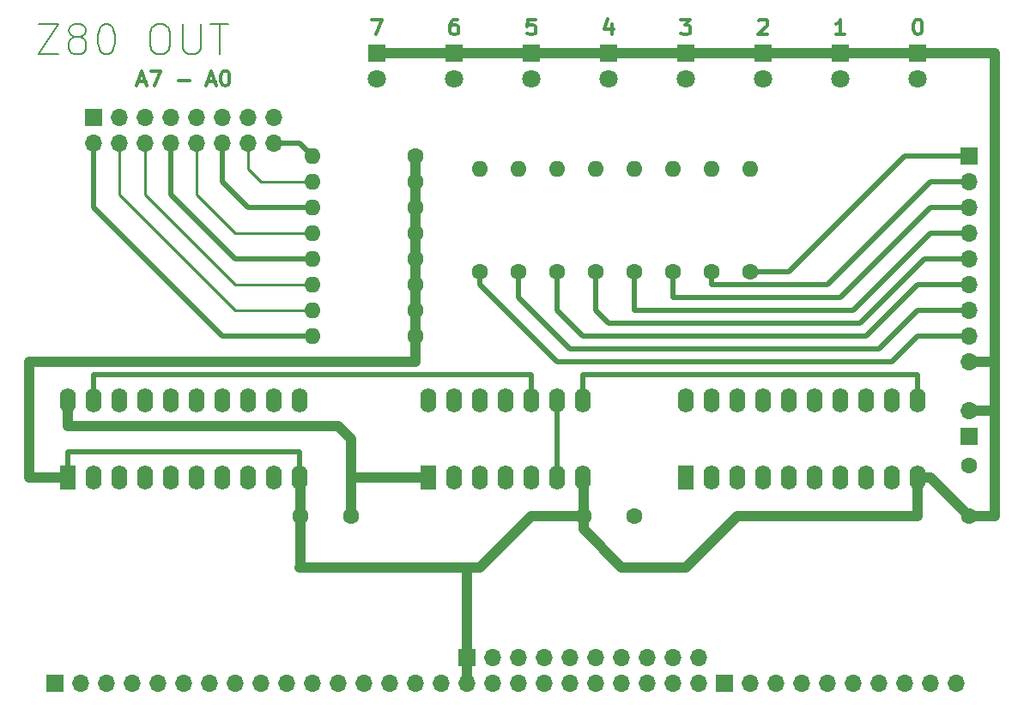
<source format=gbr>
%TF.GenerationSoftware,KiCad,Pcbnew,6.0.11+dfsg-1*%
%TF.CreationDate,2025-09-19T17:12:33+02:00*%
%TF.ProjectId,out,6f75742e-6b69-4636-9164-5f7063625858,rev?*%
%TF.SameCoordinates,Original*%
%TF.FileFunction,Copper,L1,Top*%
%TF.FilePolarity,Positive*%
%FSLAX46Y46*%
G04 Gerber Fmt 4.6, Leading zero omitted, Abs format (unit mm)*
G04 Created by KiCad (PCBNEW 6.0.11+dfsg-1) date 2025-09-19 17:12:33*
%MOMM*%
%LPD*%
G01*
G04 APERTURE LIST*
%ADD10C,0.300000*%
%TA.AperFunction,NonConductor*%
%ADD11C,0.300000*%
%TD*%
%ADD12C,0.200000*%
%TA.AperFunction,NonConductor*%
%ADD13C,0.200000*%
%TD*%
%TA.AperFunction,ComponentPad*%
%ADD14R,1.700000X1.700000*%
%TD*%
%TA.AperFunction,ComponentPad*%
%ADD15O,1.700000X1.700000*%
%TD*%
%TA.AperFunction,ComponentPad*%
%ADD16C,1.600000*%
%TD*%
%TA.AperFunction,ComponentPad*%
%ADD17O,1.600000X1.600000*%
%TD*%
%TA.AperFunction,ComponentPad*%
%ADD18R,1.600000X2.400000*%
%TD*%
%TA.AperFunction,ComponentPad*%
%ADD19O,1.600000X2.400000*%
%TD*%
%TA.AperFunction,ComponentPad*%
%ADD20R,1.800000X1.800000*%
%TD*%
%TA.AperFunction,ComponentPad*%
%ADD21C,1.800000*%
%TD*%
%TA.AperFunction,Conductor*%
%ADD22C,1.000000*%
%TD*%
%TA.AperFunction,Conductor*%
%ADD23C,0.500000*%
%TD*%
%TA.AperFunction,Conductor*%
%ADD24C,0.250000*%
%TD*%
G04 APERTURE END LIST*
D10*
D11*
X142525714Y-65218571D02*
X142240000Y-65218571D01*
X142097142Y-65290000D01*
X142025714Y-65361428D01*
X141882857Y-65575714D01*
X141811428Y-65861428D01*
X141811428Y-66432857D01*
X141882857Y-66575714D01*
X141954285Y-66647142D01*
X142097142Y-66718571D01*
X142382857Y-66718571D01*
X142525714Y-66647142D01*
X142597142Y-66575714D01*
X142668571Y-66432857D01*
X142668571Y-66075714D01*
X142597142Y-65932857D01*
X142525714Y-65861428D01*
X142382857Y-65790000D01*
X142097142Y-65790000D01*
X141954285Y-65861428D01*
X141882857Y-65932857D01*
X141811428Y-66075714D01*
D10*
D11*
X111070000Y-71370000D02*
X111784285Y-71370000D01*
X110927142Y-71798571D02*
X111427142Y-70298571D01*
X111927142Y-71798571D01*
X112284285Y-70298571D02*
X113284285Y-70298571D01*
X112641428Y-71798571D01*
X114998571Y-71227142D02*
X116141428Y-71227142D01*
X117927142Y-71370000D02*
X118641428Y-71370000D01*
X117784285Y-71798571D02*
X118284285Y-70298571D01*
X118784285Y-71798571D01*
X119570000Y-70298571D02*
X119712857Y-70298571D01*
X119855714Y-70370000D01*
X119927142Y-70441428D01*
X119998571Y-70584285D01*
X120070000Y-70870000D01*
X120070000Y-71227142D01*
X119998571Y-71512857D01*
X119927142Y-71655714D01*
X119855714Y-71727142D01*
X119712857Y-71798571D01*
X119570000Y-71798571D01*
X119427142Y-71727142D01*
X119355714Y-71655714D01*
X119284285Y-71512857D01*
X119212857Y-71227142D01*
X119212857Y-70870000D01*
X119284285Y-70584285D01*
X119355714Y-70441428D01*
X119427142Y-70370000D01*
X119570000Y-70298571D01*
D12*
D13*
X101204285Y-65667142D02*
X103204285Y-65667142D01*
X101204285Y-68667142D01*
X103204285Y-68667142D01*
X104775714Y-66952857D02*
X104490000Y-66810000D01*
X104347142Y-66667142D01*
X104204285Y-66381428D01*
X104204285Y-66238571D01*
X104347142Y-65952857D01*
X104490000Y-65810000D01*
X104775714Y-65667142D01*
X105347142Y-65667142D01*
X105632857Y-65810000D01*
X105775714Y-65952857D01*
X105918571Y-66238571D01*
X105918571Y-66381428D01*
X105775714Y-66667142D01*
X105632857Y-66810000D01*
X105347142Y-66952857D01*
X104775714Y-66952857D01*
X104490000Y-67095714D01*
X104347142Y-67238571D01*
X104204285Y-67524285D01*
X104204285Y-68095714D01*
X104347142Y-68381428D01*
X104490000Y-68524285D01*
X104775714Y-68667142D01*
X105347142Y-68667142D01*
X105632857Y-68524285D01*
X105775714Y-68381428D01*
X105918571Y-68095714D01*
X105918571Y-67524285D01*
X105775714Y-67238571D01*
X105632857Y-67095714D01*
X105347142Y-66952857D01*
X107775714Y-65667142D02*
X108061428Y-65667142D01*
X108347142Y-65810000D01*
X108490000Y-65952857D01*
X108632857Y-66238571D01*
X108775714Y-66810000D01*
X108775714Y-67524285D01*
X108632857Y-68095714D01*
X108490000Y-68381428D01*
X108347142Y-68524285D01*
X108061428Y-68667142D01*
X107775714Y-68667142D01*
X107490000Y-68524285D01*
X107347142Y-68381428D01*
X107204285Y-68095714D01*
X107061428Y-67524285D01*
X107061428Y-66810000D01*
X107204285Y-66238571D01*
X107347142Y-65952857D01*
X107490000Y-65810000D01*
X107775714Y-65667142D01*
X112918571Y-65667142D02*
X113490000Y-65667142D01*
X113775714Y-65810000D01*
X114061428Y-66095714D01*
X114204285Y-66667142D01*
X114204285Y-67667142D01*
X114061428Y-68238571D01*
X113775714Y-68524285D01*
X113490000Y-68667142D01*
X112918571Y-68667142D01*
X112632857Y-68524285D01*
X112347142Y-68238571D01*
X112204285Y-67667142D01*
X112204285Y-66667142D01*
X112347142Y-66095714D01*
X112632857Y-65810000D01*
X112918571Y-65667142D01*
X115490000Y-65667142D02*
X115490000Y-68095714D01*
X115632857Y-68381428D01*
X115775714Y-68524285D01*
X116061428Y-68667142D01*
X116632857Y-68667142D01*
X116918571Y-68524285D01*
X117061428Y-68381428D01*
X117204285Y-68095714D01*
X117204285Y-65667142D01*
X118204285Y-65667142D02*
X119918571Y-65667142D01*
X119061428Y-68667142D02*
X119061428Y-65667142D01*
D10*
D11*
X164600000Y-65218571D02*
X165528571Y-65218571D01*
X165028571Y-65790000D01*
X165242857Y-65790000D01*
X165385714Y-65861428D01*
X165457142Y-65932857D01*
X165528571Y-66075714D01*
X165528571Y-66432857D01*
X165457142Y-66575714D01*
X165385714Y-66647142D01*
X165242857Y-66718571D01*
X164814285Y-66718571D01*
X164671428Y-66647142D01*
X164600000Y-66575714D01*
D10*
D11*
X172291428Y-65361428D02*
X172362857Y-65290000D01*
X172505714Y-65218571D01*
X172862857Y-65218571D01*
X173005714Y-65290000D01*
X173077142Y-65361428D01*
X173148571Y-65504285D01*
X173148571Y-65647142D01*
X173077142Y-65861428D01*
X172220000Y-66718571D01*
X173148571Y-66718571D01*
D10*
D11*
X157765714Y-65718571D02*
X157765714Y-66718571D01*
X157408571Y-65147142D02*
X157051428Y-66218571D01*
X157980000Y-66218571D01*
D10*
D11*
X180768571Y-66718571D02*
X179911428Y-66718571D01*
X180340000Y-66718571D02*
X180340000Y-65218571D01*
X180197142Y-65432857D01*
X180054285Y-65575714D01*
X179911428Y-65647142D01*
D10*
D11*
X150217142Y-65218571D02*
X149502857Y-65218571D01*
X149431428Y-65932857D01*
X149502857Y-65861428D01*
X149645714Y-65790000D01*
X150002857Y-65790000D01*
X150145714Y-65861428D01*
X150217142Y-65932857D01*
X150288571Y-66075714D01*
X150288571Y-66432857D01*
X150217142Y-66575714D01*
X150145714Y-66647142D01*
X150002857Y-66718571D01*
X149645714Y-66718571D01*
X149502857Y-66647142D01*
X149431428Y-66575714D01*
D10*
D11*
X134120000Y-65218571D02*
X135120000Y-65218571D01*
X134477142Y-66718571D01*
D10*
D11*
X187888571Y-65218571D02*
X188031428Y-65218571D01*
X188174285Y-65290000D01*
X188245714Y-65361428D01*
X188317142Y-65504285D01*
X188388571Y-65790000D01*
X188388571Y-66147142D01*
X188317142Y-66432857D01*
X188245714Y-66575714D01*
X188174285Y-66647142D01*
X188031428Y-66718571D01*
X187888571Y-66718571D01*
X187745714Y-66647142D01*
X187674285Y-66575714D01*
X187602857Y-66432857D01*
X187531428Y-66147142D01*
X187531428Y-65790000D01*
X187602857Y-65504285D01*
X187674285Y-65361428D01*
X187745714Y-65290000D01*
X187888571Y-65218571D01*
D14*
%TO.P,REF\u002A\u002A,1*%
%TO.N,N/C*%
X168910000Y-130810000D03*
D15*
%TO.P,REF\u002A\u002A,2*%
X171450000Y-130810000D03*
%TO.P,REF\u002A\u002A,3*%
X173990000Y-130810000D03*
%TO.P,REF\u002A\u002A,4*%
X176530000Y-130810000D03*
%TO.P,REF\u002A\u002A,5*%
X179070000Y-130810000D03*
%TO.P,REF\u002A\u002A,6*%
X181610000Y-130810000D03*
%TO.P,REF\u002A\u002A,7*%
X184150000Y-130810000D03*
%TO.P,REF\u002A\u002A,8*%
X186690000Y-130810000D03*
%TO.P,REF\u002A\u002A,9*%
X189230000Y-130810000D03*
%TO.P,REF\u002A\u002A,10*%
X191770000Y-130810000D03*
%TD*%
D14*
%TO.P,REF\u002A\u002A,1*%
%TO.N,N/C*%
X143510000Y-128270000D03*
D15*
%TO.P,REF\u002A\u002A,2*%
X143510000Y-130810000D03*
%TO.P,REF\u002A\u002A,3*%
X146050000Y-128270000D03*
%TO.P,REF\u002A\u002A,4*%
X146050000Y-130810000D03*
%TO.P,REF\u002A\u002A,5*%
X148590000Y-128270000D03*
%TO.P,REF\u002A\u002A,6*%
X148590000Y-130810000D03*
%TO.P,REF\u002A\u002A,7*%
X151130000Y-128270000D03*
%TO.P,REF\u002A\u002A,8*%
X151130000Y-130810000D03*
%TO.P,REF\u002A\u002A,9*%
X153670000Y-128270000D03*
%TO.P,REF\u002A\u002A,10*%
X153670000Y-130810000D03*
%TO.P,REF\u002A\u002A,11*%
X156210000Y-128270000D03*
%TO.P,REF\u002A\u002A,12*%
X156210000Y-130810000D03*
%TO.P,REF\u002A\u002A,13*%
X158750000Y-128270000D03*
%TO.P,REF\u002A\u002A,14*%
X158750000Y-130810000D03*
%TO.P,REF\u002A\u002A,15*%
X161290000Y-128270000D03*
%TO.P,REF\u002A\u002A,16*%
X161290000Y-130810000D03*
%TO.P,REF\u002A\u002A,17*%
X163830000Y-128270000D03*
%TO.P,REF\u002A\u002A,18*%
X163830000Y-130810000D03*
%TO.P,REF\u002A\u002A,19*%
X166370000Y-128270000D03*
%TO.P,REF\u002A\u002A,20*%
X166370000Y-130810000D03*
%TD*%
D16*
%TO.P,1k,1*%
%TO.N,N/C*%
X144780000Y-90170000D03*
D17*
%TO.P,1k,2*%
X144780000Y-80010000D03*
%TD*%
D16*
%TO.P,1k,1*%
%TO.N,N/C*%
X148590000Y-90170000D03*
D17*
%TO.P,1k,2*%
X148590000Y-80010000D03*
%TD*%
D18*
%TO.P,74hc32,1*%
%TO.N,N/C*%
X139700000Y-110490000D03*
D19*
%TO.P,74hc32,2*%
X142240000Y-110490000D03*
%TO.P,74hc32,3*%
X144780000Y-110490000D03*
%TO.P,74hc32,4*%
X147320000Y-110490000D03*
%TO.P,74hc32,5*%
X149860000Y-110490000D03*
%TO.P,74hc32,6*%
X152400000Y-110490000D03*
%TO.P,74hc32,7*%
X154940000Y-110490000D03*
%TO.P,74hc32,8*%
X154940000Y-102870000D03*
%TO.P,74hc32,9*%
X152400000Y-102870000D03*
%TO.P,74hc32,10*%
X149860000Y-102870000D03*
%TO.P,74hc32,11*%
X147320000Y-102870000D03*
%TO.P,74hc32,12*%
X144780000Y-102870000D03*
%TO.P,74hc32,13*%
X142240000Y-102870000D03*
%TO.P,74hc32,14*%
X139700000Y-102870000D03*
%TD*%
D20*
%TO.P,REF\u002A\u002A,1*%
%TO.N,N/C*%
X180340000Y-68580000D03*
D21*
%TO.P,REF\u002A\u002A,2*%
X180340000Y-71120000D03*
%TD*%
D14*
%TO.P,REF\u002A\u002A,1*%
%TO.N,N/C*%
X192990000Y-106362500D03*
D15*
%TO.P,REF\u002A\u002A,2*%
X192990000Y-103822500D03*
%TD*%
D20*
%TO.P,REF\u002A\u002A,1*%
%TO.N,N/C*%
X142240000Y-68580000D03*
D21*
%TO.P,REF\u002A\u002A,2*%
X142240000Y-71120000D03*
%TD*%
D14*
%TO.P,REF\u002A\u002A,1*%
%TO.N,N/C*%
X106680000Y-74930000D03*
D15*
%TO.P,REF\u002A\u002A,2*%
X106680000Y-77470000D03*
%TO.P,REF\u002A\u002A,3*%
X109220000Y-74930000D03*
%TO.P,REF\u002A\u002A,4*%
X109220000Y-77470000D03*
%TO.P,REF\u002A\u002A,5*%
X111760000Y-74930000D03*
%TO.P,REF\u002A\u002A,6*%
X111760000Y-77470000D03*
%TO.P,REF\u002A\u002A,7*%
X114300000Y-74930000D03*
%TO.P,REF\u002A\u002A,8*%
X114300000Y-77470000D03*
%TO.P,REF\u002A\u002A,9*%
X116840000Y-74930000D03*
%TO.P,REF\u002A\u002A,10*%
X116840000Y-77470000D03*
%TO.P,REF\u002A\u002A,11*%
X119380000Y-74930000D03*
%TO.P,REF\u002A\u002A,12*%
X119380000Y-77470000D03*
%TO.P,REF\u002A\u002A,13*%
X121920000Y-74930000D03*
%TO.P,REF\u002A\u002A,14*%
X121920000Y-77470000D03*
%TO.P,REF\u002A\u002A,15*%
X124460000Y-74930000D03*
%TO.P,REF\u002A\u002A,16*%
X124460000Y-77470000D03*
%TD*%
D16*
%TO.P,1k,1*%
%TO.N,N/C*%
X167640000Y-90170000D03*
D17*
%TO.P,1k,2*%
X167640000Y-80010000D03*
%TD*%
D16*
%TO.P,100nF,1*%
%TO.N,N/C*%
X132040000Y-114300000D03*
%TO.P,100nF,2*%
X127040000Y-114300000D03*
%TD*%
%TO.P,1k,1*%
%TO.N,N/C*%
X156210000Y-90170000D03*
D17*
%TO.P,1k,2*%
X156210000Y-80010000D03*
%TD*%
D16*
%TO.P,10k,1*%
%TO.N,N/C*%
X138430000Y-93980000D03*
D17*
%TO.P,10k,2*%
X128270000Y-93980000D03*
%TD*%
D16*
%TO.P,10k,1*%
%TO.N,N/C*%
X138430000Y-78740000D03*
D17*
%TO.P,10k,2*%
X128270000Y-78740000D03*
%TD*%
D16*
%TO.P,10k,1*%
%TO.N,N/C*%
X138430000Y-86360000D03*
D17*
%TO.P,10k,2*%
X128270000Y-86360000D03*
%TD*%
D20*
%TO.P,REF\u002A\u002A,1*%
%TO.N,N/C*%
X149860000Y-68580000D03*
D21*
%TO.P,REF\u002A\u002A,2*%
X149860000Y-71120000D03*
%TD*%
D18*
%TO.P,74hc574,1*%
%TO.N,N/C*%
X165100000Y-110490000D03*
D19*
%TO.P,74hc574,2*%
X167640000Y-110490000D03*
%TO.P,74hc574,3*%
X170180000Y-110490000D03*
%TO.P,74hc574,4*%
X172720000Y-110490000D03*
%TO.P,74hc574,5*%
X175260000Y-110490000D03*
%TO.P,74hc574,6*%
X177800000Y-110490000D03*
%TO.P,74hc574,7*%
X180340000Y-110490000D03*
%TO.P,74hc574,8*%
X182880000Y-110490000D03*
%TO.P,74hc574,9*%
X185420000Y-110490000D03*
%TO.P,74hc574,10*%
X187960000Y-110490000D03*
%TO.P,74hc574,11*%
X187960000Y-102870000D03*
%TO.P,74hc574,12*%
X185420000Y-102870000D03*
%TO.P,74hc574,13*%
X182880000Y-102870000D03*
%TO.P,74hc574,14*%
X180340000Y-102870000D03*
%TO.P,74hc574,15*%
X177800000Y-102870000D03*
%TO.P,74hc574,16*%
X175260000Y-102870000D03*
%TO.P,74hc574,17*%
X172720000Y-102870000D03*
%TO.P,74hc574,18*%
X170180000Y-102870000D03*
%TO.P,74hc574,19*%
X167640000Y-102870000D03*
%TO.P,74hc574,20*%
X165100000Y-102870000D03*
%TD*%
D16*
%TO.P,10k,1*%
%TO.N,N/C*%
X138430000Y-91440000D03*
D17*
%TO.P,10k,2*%
X128270000Y-91440000D03*
%TD*%
D16*
%TO.P,1k,1*%
%TO.N,N/C*%
X152400000Y-90170000D03*
D17*
%TO.P,1k,2*%
X152400000Y-80010000D03*
%TD*%
D16*
%TO.P,1k,1*%
%TO.N,N/C*%
X163830000Y-90170000D03*
D17*
%TO.P,1k,2*%
X163830000Y-80010000D03*
%TD*%
D16*
%TO.P,10k,1*%
%TO.N,N/C*%
X138430000Y-83820000D03*
D17*
%TO.P,10k,2*%
X128270000Y-83820000D03*
%TD*%
D20*
%TO.P,REF\u002A\u002A,1*%
%TO.N,N/C*%
X157480000Y-68580000D03*
D21*
%TO.P,REF\u002A\u002A,2*%
X157480000Y-71120000D03*
%TD*%
D20*
%TO.P,REF\u002A\u002A,1*%
%TO.N,N/C*%
X165100000Y-68580000D03*
D21*
%TO.P,REF\u002A\u002A,2*%
X165100000Y-71120000D03*
%TD*%
D14*
%TO.P,REF\u002A\u002A,1*%
%TO.N,N/C*%
X193040000Y-78740000D03*
D15*
%TO.P,REF\u002A\u002A,2*%
X193040000Y-81280000D03*
%TO.P,REF\u002A\u002A,3*%
X193040000Y-83820000D03*
%TO.P,REF\u002A\u002A,4*%
X193040000Y-86360000D03*
%TO.P,REF\u002A\u002A,5*%
X193040000Y-88900000D03*
%TO.P,REF\u002A\u002A,6*%
X193040000Y-91440000D03*
%TO.P,REF\u002A\u002A,7*%
X193040000Y-93980000D03*
%TO.P,REF\u002A\u002A,8*%
X193040000Y-96520000D03*
%TO.P,REF\u002A\u002A,9*%
X193040000Y-99060000D03*
%TD*%
D16*
%TO.P,10k,1*%
%TO.N,N/C*%
X138430000Y-88900000D03*
D17*
%TO.P,10k,2*%
X128270000Y-88900000D03*
%TD*%
D20*
%TO.P,REF\u002A\u002A,1*%
%TO.N,N/C*%
X187960000Y-68580000D03*
D21*
%TO.P,REF\u002A\u002A,2*%
X187960000Y-71120000D03*
%TD*%
D20*
%TO.P,REF\u002A\u002A,1*%
%TO.N,N/C*%
X134620000Y-68580000D03*
D21*
%TO.P,REF\u002A\u002A,2*%
X134620000Y-71120000D03*
%TD*%
D16*
%TO.P,1k,1*%
%TO.N,N/C*%
X160020000Y-90170000D03*
D17*
%TO.P,1k,2*%
X160020000Y-80010000D03*
%TD*%
D16*
%TO.P,10k,1*%
%TO.N,N/C*%
X138430000Y-96520000D03*
D17*
%TO.P,10k,2*%
X128270000Y-96520000D03*
%TD*%
D20*
%TO.P,REF\u002A\u002A,1*%
%TO.N,N/C*%
X172720000Y-68580000D03*
D21*
%TO.P,REF\u002A\u002A,2*%
X172720000Y-71120000D03*
%TD*%
D16*
%TO.P,100nF,1*%
%TO.N,N/C*%
X193040000Y-114260000D03*
%TO.P,100nF,2*%
X193040000Y-109260000D03*
%TD*%
%TO.P,100nF,1*%
%TO.N,N/C*%
X159980000Y-114300000D03*
%TO.P,100nF,2*%
X154980000Y-114300000D03*
%TD*%
%TO.P,1k,1*%
%TO.N,N/C*%
X171450000Y-90170000D03*
D17*
%TO.P,1k,2*%
X171450000Y-80010000D03*
%TD*%
D18*
%TO.P,74hc688,1*%
%TO.N,N/C*%
X104140000Y-110490000D03*
D19*
%TO.P,74hc688,2*%
X106680000Y-110490000D03*
%TO.P,74hc688,3*%
X109220000Y-110490000D03*
%TO.P,74hc688,4*%
X111760000Y-110490000D03*
%TO.P,74hc688,5*%
X114300000Y-110490000D03*
%TO.P,74hc688,6*%
X116840000Y-110490000D03*
%TO.P,74hc688,7*%
X119380000Y-110490000D03*
%TO.P,74hc688,8*%
X121920000Y-110490000D03*
%TO.P,74hc688,9*%
X124460000Y-110490000D03*
%TO.P,74hc688,10*%
X127000000Y-110490000D03*
%TO.P,74hc688,11*%
X127000000Y-102870000D03*
%TO.P,74hc688,12*%
X124460000Y-102870000D03*
%TO.P,74hc688,13*%
X121920000Y-102870000D03*
%TO.P,74hc688,14*%
X119380000Y-102870000D03*
%TO.P,74hc688,15*%
X116840000Y-102870000D03*
%TO.P,74hc688,16*%
X114300000Y-102870000D03*
%TO.P,74hc688,17*%
X111760000Y-102870000D03*
%TO.P,74hc688,18*%
X109220000Y-102870000D03*
%TO.P,74hc688,19*%
X106680000Y-102870000D03*
%TO.P,74hc688,20*%
X104140000Y-102870000D03*
%TD*%
D14*
%TO.P,REF\u002A\u002A,1*%
%TO.N,N/C*%
X102870000Y-130810000D03*
D15*
%TO.P,REF\u002A\u002A,2*%
X105410000Y-130810000D03*
%TO.P,REF\u002A\u002A,3*%
X107950000Y-130810000D03*
%TO.P,REF\u002A\u002A,4*%
X110490000Y-130810000D03*
%TO.P,REF\u002A\u002A,5*%
X113030000Y-130810000D03*
%TO.P,REF\u002A\u002A,6*%
X115570000Y-130810000D03*
%TO.P,REF\u002A\u002A,7*%
X118110000Y-130810000D03*
%TO.P,REF\u002A\u002A,8*%
X120650000Y-130810000D03*
%TO.P,REF\u002A\u002A,9*%
X123190000Y-130810000D03*
%TO.P,REF\u002A\u002A,10*%
X125730000Y-130810000D03*
%TO.P,REF\u002A\u002A,11*%
X128270000Y-130810000D03*
%TO.P,REF\u002A\u002A,12*%
X130810000Y-130810000D03*
%TO.P,REF\u002A\u002A,13*%
X133350000Y-130810000D03*
%TO.P,REF\u002A\u002A,14*%
X135890000Y-130810000D03*
%TO.P,REF\u002A\u002A,15*%
X138430000Y-130810000D03*
%TO.P,REF\u002A\u002A,16*%
X140970000Y-130810000D03*
%TD*%
D16*
%TO.P,10k,1*%
%TO.N,N/C*%
X138430000Y-81280000D03*
D17*
%TO.P,10k,2*%
X128270000Y-81280000D03*
%TD*%
D22*
%TO.N,*%
X138430000Y-86360000D02*
X138430000Y-88900000D01*
X172720000Y-68580000D02*
X180340000Y-68580000D01*
X186690000Y-68580000D02*
X187960000Y-68580000D01*
X149860000Y-68580000D02*
X157480000Y-68580000D01*
X140970000Y-119380000D02*
X144780000Y-119380000D01*
D23*
X120650000Y-88900000D02*
X114300000Y-82550000D01*
X127000000Y-77470000D02*
X124460000Y-77470000D01*
D22*
X193000000Y-114260000D02*
X193040000Y-114260000D01*
D23*
X193040000Y-96520000D02*
X187960000Y-96520000D01*
D22*
X127040000Y-110530000D02*
X127000000Y-110490000D01*
X132080000Y-106680000D02*
X130810000Y-105410000D01*
X158750000Y-119380000D02*
X165100000Y-119380000D01*
D23*
X157480000Y-95250000D02*
X182245000Y-95250000D01*
D22*
X195580000Y-68580000D02*
X186690000Y-68580000D01*
X144780000Y-119380000D02*
X149860000Y-114300000D01*
X154980000Y-110530000D02*
X154940000Y-110490000D01*
X180340000Y-68580000D02*
X186690000Y-68580000D01*
D23*
X144780000Y-91440000D02*
X144780000Y-90170000D01*
X175260000Y-90170000D02*
X186690000Y-78740000D01*
X188595000Y-88900000D02*
X193040000Y-88900000D01*
X185420000Y-99060000D02*
X152400000Y-99060000D01*
D24*
X120650000Y-86360000D02*
X128270000Y-86360000D01*
D23*
X152400000Y-99060000D02*
X144780000Y-91440000D01*
D22*
X127000000Y-119380000D02*
X127040000Y-119340000D01*
D24*
X121920000Y-80010000D02*
X123190000Y-81280000D01*
D22*
X195262500Y-103822500D02*
X195580000Y-104140000D01*
D23*
X163830000Y-92710000D02*
X180340000Y-92710000D01*
D22*
X195580000Y-104140000D02*
X195580000Y-99060000D01*
X100330000Y-110490000D02*
X104140000Y-110490000D01*
D23*
X182880000Y-96520000D02*
X154940000Y-96520000D01*
D22*
X130810000Y-105410000D02*
X104140000Y-105410000D01*
D23*
X187960000Y-100330000D02*
X187960000Y-102870000D01*
D22*
X127040000Y-119340000D02*
X127040000Y-114300000D01*
X195580000Y-99060000D02*
X193040000Y-99060000D01*
D24*
X123190000Y-81280000D02*
X128270000Y-81280000D01*
D23*
X154940000Y-96520000D02*
X152400000Y-93980000D01*
X128270000Y-88900000D02*
X120650000Y-88900000D01*
D22*
X100330000Y-99060000D02*
X100330000Y-110490000D01*
X138430000Y-88900000D02*
X138430000Y-91440000D01*
D23*
X152400000Y-102870000D02*
X152400000Y-110490000D01*
D22*
X127040000Y-114300000D02*
X127040000Y-110530000D01*
X140970000Y-119380000D02*
X127000000Y-119380000D01*
D23*
X189230000Y-86360000D02*
X181610000Y-93980000D01*
D24*
X116840000Y-77470000D02*
X116840000Y-82550000D01*
D23*
X193040000Y-86360000D02*
X189230000Y-86360000D01*
X106680000Y-102870000D02*
X106680000Y-100330000D01*
X182245000Y-95250000D02*
X188595000Y-88900000D01*
X167640000Y-91440000D02*
X179070000Y-91440000D01*
D22*
X157480000Y-68580000D02*
X165100000Y-68580000D01*
X189230000Y-110490000D02*
X193000000Y-114260000D01*
D23*
X148590000Y-92710000D02*
X153670000Y-97790000D01*
X156210000Y-90170000D02*
X156210000Y-93980000D01*
D22*
X187960000Y-114300000D02*
X187960000Y-110490000D01*
X195580000Y-114260000D02*
X195580000Y-104140000D01*
D23*
X181610000Y-93980000D02*
X160020000Y-93980000D01*
X104140000Y-107950000D02*
X127000000Y-107950000D01*
D24*
X111760000Y-82550000D02*
X120650000Y-91440000D01*
D22*
X149860000Y-114300000D02*
X154980000Y-114300000D01*
D23*
X104140000Y-110490000D02*
X104140000Y-107950000D01*
X187960000Y-93980000D02*
X193040000Y-93980000D01*
X106680000Y-83820000D02*
X106680000Y-77470000D01*
D24*
X121920000Y-77470000D02*
X121920000Y-80010000D01*
D23*
X148590000Y-90170000D02*
X148590000Y-92710000D01*
D22*
X154980000Y-115570000D02*
X158750000Y-119340000D01*
X170180000Y-114300000D02*
X187960000Y-114300000D01*
D23*
X193040000Y-91440000D02*
X187960000Y-91440000D01*
D22*
X165100000Y-68580000D02*
X172720000Y-68580000D01*
X138430000Y-81280000D02*
X138430000Y-83820000D01*
X138430000Y-99060000D02*
X100330000Y-99060000D01*
X132080000Y-110490000D02*
X132080000Y-106680000D01*
D23*
X189230000Y-83820000D02*
X193040000Y-83820000D01*
X128270000Y-96520000D02*
X119380000Y-96520000D01*
X106680000Y-100330000D02*
X149860000Y-100330000D01*
D22*
X195580000Y-99060000D02*
X195580000Y-68580000D01*
X165100000Y-119380000D02*
X170180000Y-114300000D01*
D23*
X114300000Y-82550000D02*
X114300000Y-77470000D01*
D22*
X132040000Y-114300000D02*
X132040000Y-110530000D01*
D24*
X109220000Y-82550000D02*
X120650000Y-93980000D01*
D23*
X119380000Y-81280000D02*
X119380000Y-77470000D01*
X119380000Y-96520000D02*
X106680000Y-83820000D01*
X186690000Y-78740000D02*
X193040000Y-78740000D01*
X153670000Y-97790000D02*
X184150000Y-97790000D01*
D22*
X134620000Y-68580000D02*
X149860000Y-68580000D01*
X138430000Y-83820000D02*
X138430000Y-86360000D01*
D23*
X149860000Y-100330000D02*
X149860000Y-102870000D01*
X171450000Y-90170000D02*
X175260000Y-90170000D01*
X167640000Y-90170000D02*
X167640000Y-91440000D01*
X128270000Y-83820000D02*
X121920000Y-83820000D01*
X152400000Y-93980000D02*
X152400000Y-90170000D01*
D22*
X104140000Y-105410000D02*
X104140000Y-102870000D01*
X138430000Y-78740000D02*
X138430000Y-81280000D01*
D23*
X154940000Y-100330000D02*
X187960000Y-100330000D01*
D24*
X120650000Y-91440000D02*
X128270000Y-91440000D01*
D23*
X184150000Y-97790000D02*
X187960000Y-93980000D01*
X160020000Y-93980000D02*
X160020000Y-90170000D01*
D22*
X132040000Y-110530000D02*
X132080000Y-110490000D01*
D23*
X121920000Y-83820000D02*
X119380000Y-81280000D01*
D24*
X111760000Y-77470000D02*
X111760000Y-82550000D01*
X116840000Y-82550000D02*
X120650000Y-86360000D01*
D22*
X193357500Y-103822500D02*
X195262500Y-103822500D01*
D23*
X156210000Y-93980000D02*
X157480000Y-95250000D01*
X187960000Y-91440000D02*
X182880000Y-96520000D01*
X163830000Y-90170000D02*
X163830000Y-92710000D01*
D22*
X143510000Y-130810000D02*
X143510000Y-128270000D01*
X158750000Y-119340000D02*
X158750000Y-119380000D01*
D24*
X120650000Y-93980000D02*
X128270000Y-93980000D01*
D22*
X154980000Y-114300000D02*
X154980000Y-110530000D01*
D23*
X180340000Y-92710000D02*
X189230000Y-83820000D01*
D22*
X193040000Y-114260000D02*
X195580000Y-114260000D01*
D23*
X187960000Y-96520000D02*
X185420000Y-99060000D01*
D24*
X109220000Y-77470000D02*
X109220000Y-82550000D01*
D23*
X189230000Y-81280000D02*
X193040000Y-81280000D01*
D22*
X143510000Y-119380000D02*
X140970000Y-119380000D01*
D23*
X179070000Y-91440000D02*
X189230000Y-81280000D01*
D22*
X143510000Y-128270000D02*
X143510000Y-119380000D01*
X187960000Y-110490000D02*
X189230000Y-110490000D01*
X132080000Y-110490000D02*
X139700000Y-110490000D01*
D23*
X127000000Y-107950000D02*
X127000000Y-110490000D01*
X128270000Y-78740000D02*
X127000000Y-77470000D01*
D22*
X154980000Y-114300000D02*
X154980000Y-115570000D01*
X138430000Y-91440000D02*
X138430000Y-99060000D01*
D23*
X154940000Y-102870000D02*
X154940000Y-100330000D01*
%TD*%
M02*

</source>
